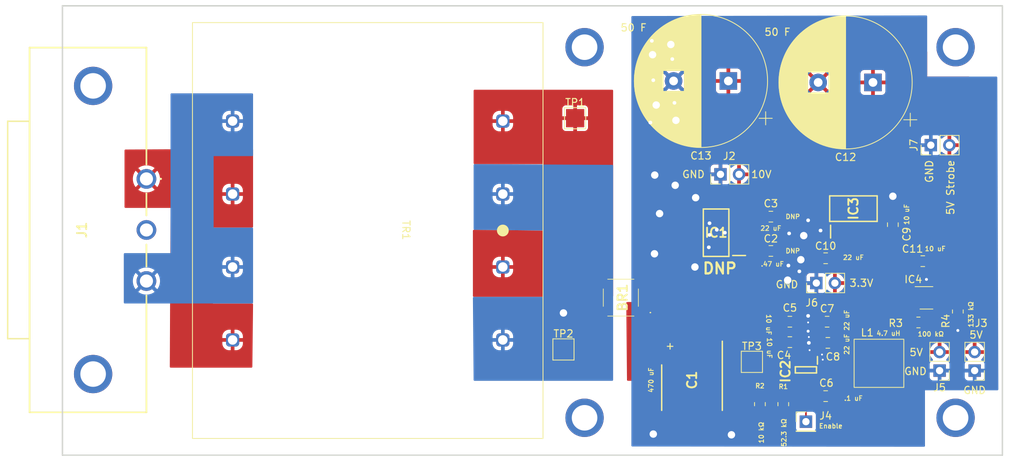
<source format=kicad_pcb>
(kicad_pcb (version 20211014) (generator pcbnew)
  (layers (0 "F.Cu" signal) (31 "B.Cu" signal) (34 "B.Paste" user) (35 "F.Paste" user) (36 "B.SilkS" user "B.Silkscreen") (37 "F.SilkS" user "F.Silkscreen") (38 "B.Mask" user) (39 "F.Mask" user) (44 "Edge.Cuts" user))
  (net 0 "")
  (net 1 "Net-(BR1-Pad2)")
  (net 2 "Net-(BR1-Pad3)")
  (net 3 "GND")
  (net 4 "Net-(C6-Pad1)")
  (net 5 "Net-(C6-Pad2)")
  (net 6 "/3.3V_DC")
  (net 7 "/5V_DC")
  (net 8 "Net-(C12-Pad2)")
  (net 9 "Net-(IC2-Pad4)")
  (net 10 "Net-(IC2-Pad5)")
  (net 11 "Net-(IC4-Pad3)")
  (net 13 "Net-(IC4-Pad5)")
  (net 14 "/120V_AC")
  (net 15 "/Case?")
  (net 18 "/5V_DC_H")
  (net 19 "Net-(J1-Pad3)")
  (net 21 "/14.5V_DCish")
  (net 22 "/10V_DC")
  (footprint "SamacSys_Parts:703W0053" (layer "F.Cu") (at 63.2 70.125 90)
    (fp_text reference "J1" (at -7 -8.825 90) (layer "F.SilkS") (effects (font (size 1.27 1.27) (thickness 0.254))))
    (fp_text value "703W-00_53" hide)
    (pad "1" thru_hole circle locked (at 0 0 90) (size 2.7 2.7) (drill 1.8) (layers *.Cu *.Mask) (net 14 "/120V_AC"))
    (pad "2" thru_hole circle locked (at -7 0 90) (size 2.7 2.7) (drill 1.8) (layers *.Cu *.Mask) (net 15 "/Case?"))
    (pad "3" thru_hole circle locked (at -14 0 90) (size 2.7 2.7) (drill 1.8) (layers *.Cu *.Mask) (net 19 "Net-(J1-Pad3)"))
    (pad "MH1" thru_hole circle locked (at 12.75 -7.3 90) (size 5.25 5.25) (drill 3.5) (layers *.Cu *.Mask))
    (pad "MH2" thru_hole circle locked (at -26.75 -7.3 90) (size 5.25 5.25) (drill 3.5) (layers *.Cu *.Mask))
  )
  (footprint "Connector_PinHeader_2.54mm:PinHeader_1x01_P2.54mm_Vertical" (layer "F.Cu") (at 153.5 103.4)
    (fp_text reference "J4" (at 2.7 -0.8) (layer "F.SilkS"))
    (fp_text value "Enable")
    (pad "1" thru_hole rect (at 0 0) (size 1.7 1.7) (drill 1) (layers *.Cu *.Mask) (net 10 "Net-(IC2-Pad5)"))
  )
  (footprint "Capacitor_SMD:C_0805_2012Metric_Pad1.18x1.45mm_HandSolder" (layer "F.Cu") (at 148.7 75.3 180)
    (fp_text reference "C3" (at 0 1.8) (layer "F.SilkS"))
    (fp_text value "22u")
    (pad "1" smd roundrect (at -1.0375 0 180) (size 1.175 1.45) (layers "F.Cu" "F.Paste" "F.Mask") (roundrect_rratio 0.2127659574) (net 3 "GND"))
    (pad "2" smd roundrect (at 1.0375 0 180) (size 1.175 1.45) (layers "F.Cu" "F.Paste" "F.Mask") (roundrect_rratio 0.2127659574) (net 22 "/10V_DC"))
  )
  (footprint "" (layer "F.Cu") (at 123.1 52.1)
    (fp_text reference "" (at 0 0) (layer "F.SilkS") (effects (font (size 1.27 1.27))))
    (fp_text value "" (at 0 0) (layer "F.SilkS") (effects (font (size 1.27 1.27))))
    (pad "MH3" thru_hole circle (at 0.09 -0.03 90) (size 5.25 5.25) (drill 3.5) (layers *.Cu *.Mask))
  )
  (footprint "Capacitor_SMD:C_0805_2012Metric_Pad1.18x1.45mm_HandSolder" (layer "F.Cu") (at 151.3 92.5 180)
    (fp_text reference "C4" (at 0.8 -1.8) (layer "F.SilkS"))
    (fp_text value "10u")
    (pad "1" smd roundrect (at -1.0375 0 180) (size 1.175 1.45) (layers "F.Cu" "F.Paste" "F.Mask") (roundrect_rratio 0.2127659574) (net 3 "GND"))
    (pad "2" smd roundrect (at 1.0375 0 180) (size 1.175 1.45) (layers "F.Cu" "F.Paste" "F.Mask") (roundrect_rratio 0.2127659574) (net 21 "/14.5V_DCish"))
  )
  (footprint "TestPoint:TestPoint_Pad_2.5x2.5mm" (layer "F.Cu") (at 146.1 95.2)
    (fp_text reference "TP3" (at 0 -2.148) (layer "F.SilkS"))
    (fp_text value "TestPoint")
    (pad "1" smd rect (at 0 0) (size 2.5 2.5) (layers "F.Cu" "F.Mask") (net 21 "/14.5V_DCish"))
  )
  (footprint "Capacitor_SMD:C_0805_2012Metric_Pad1.18x1.45mm_HandSolder" (layer "F.Cu") (at 156.2 81)
    (fp_text reference "C10" (at 0 -1.68) (layer "F.SilkS"))
    (fp_text value "22u")
    (pad "1" smd roundrect (at -1.0375 0) (size 1.175 1.45) (layers "F.Cu" "F.Paste" "F.Mask") (roundrect_rratio 0.2127659574) (net 3 "GND"))
    (pad "2" smd roundrect (at 1.0375 0) (size 1.175 1.45) (layers "F.Cu" "F.Paste" "F.Mask") (roundrect_rratio 0.2127659574) (net 6 "/3.3V_DC"))
  )
  (footprint "SamacSys_Parts:SOT230P700X180-4N" (layer "F.Cu") (at 160 74.2 90)
    (fp_text reference "IC3" (at 0 0 90) (layer "F.SilkS") (effects (font (size 1.27 1.27) (thickness 0.254))))
    (fp_text value "AZ1117IH-3.3TRG1" hide)
    (pad "1" smd rect locked (at -3.15 -2.3 180) (size 0.95 1.75) (layers "F.Cu" "F.Paste" "F.Mask") (net 3 "GND"))
    (pad "2" smd rect locked (at -3.15 0 180) (size 0.95 1.75) (layers "F.Cu" "F.Paste" "F.Mask") (net 6 "/3.3V_DC"))
    (pad "3" smd rect locked (at -3.15 2.3 180) (size 0.95 1.75) (layers "F.Cu" "F.Paste" "F.Mask") (net 7 "/5V_DC"))
    (pad "4" smd rect locked (at 3.15 0 90) (size 1.75 3.2) (layers "F.Cu" "F.Paste" "F.Mask"))
  )
  (footprint "Connector_PinHeader_2.54mm:PinHeader_1x02_P2.54mm_Vertical" (layer "F.Cu") (at 176.6 96.4 180)
    (fp_text reference "J3" (at -0.9 6.5) (layer "F.SilkS"))
    (fp_text value "Conn_01x02_Male")
    (pad "1" thru_hole rect (at 0 0 180) (size 1.7 1.7) (drill 1) (layers *.Cu *.Mask) (net 3 "GND"))
    (pad "2" thru_hole oval (at 0 2.54 180) (size 1.7 1.7) (drill 1) (layers *.Cu *.Mask) (net 7 "/5V_DC"))
  )
  (footprint "Capacitor_SMD:C_0805_2012Metric_Pad1.18x1.45mm_HandSolder" (layer "F.Cu") (at 156.4 89.7)
    (fp_text reference "C7" (at 0 -1.8) (layer "F.SilkS"))
    (fp_text value "22u")
    (pad "1" smd roundrect (at -1.0375 0) (size 1.175 1.45) (layers "F.Cu" "F.Paste" "F.Mask") (roundrect_rratio 0.2127659574) (net 3 "GND"))
    (pad "2" smd roundrect (at 1.0375 0) (size 1.175 1.45) (layers "F.Cu" "F.Paste" "F.Mask") (roundrect_rratio 0.2127659574) (net 7 "/5V_DC"))
  )
  (footprint "Capacitor_SMD:C_0805_2012Metric_Pad1.18x1.45mm_HandSolder" (layer "F.Cu") (at 151.3 89.7 180)
    (fp_text reference "C5" (at 0 1.9) (layer "F.SilkS"))
    (fp_text value "10u")
    (pad "1" smd roundrect (at -1.0375 0 180) (size 1.175 1.45) (layers "F.Cu" "F.Paste" "F.Mask") (roundrect_rratio 0.2127659574) (net 3 "GND"))
    (pad "2" smd roundrect (at 1.0375 0 180) (size 1.175 1.45) (layers "F.Cu" "F.Paste" "F.Mask") (roundrect_rratio 0.2127659574) (net 21 "/14.5V_DCish"))
  )
  (footprint "SamacSys_Parts:SOT230P700X180-4N" (layer "F.Cu") (at 141.2 77.5 180)
    (fp_text reference "IC1" (at 0 0) (layer "F.SilkS") (effects (font (size 1.27 1.27) (thickness 0.254))))
    (fp_text value "LM2940IMPX-10_NOPB" hide)
    (pad "1" smd rect locked (at -3.15 -2.3 270) (size 0.95 1.75) (layers "F.Cu" "F.Paste" "F.Mask") (net 21 "/14.5V_DCish"))
    (pad "2" smd rect locked (at -3.15 0 270) (size 0.95 1.75) (layers "F.Cu" "F.Paste" "F.Mask") (net 3 "GND"))
    (pad "3" smd rect locked (at -3.15 2.3 270) (size 0.95 1.75) (layers "F.Cu" "F.Paste" "F.Mask") (net 22 "/10V_DC"))
    (pad "4" smd rect locked (at 3.15 0 180) (size 1.75 3.2) (layers "F.Cu" "F.Paste" "F.Mask") (net 3 "GND"))
  )
  (footprint "Connector_PinHeader_2.54mm:PinHeader_1x02_P2.54mm_Vertical" (layer "F.Cu") (at 154.925 84.4 90)
    (fp_text reference "J6" (at -2.7 -0.625 180) (layer "F.SilkS"))
    (fp_text value "Conn_01x02_Male")
    (pad "1" thru_hole rect (at 0 0 90) (size 1.7 1.7) (drill 1) (layers *.Cu *.Mask) (net 3 "GND"))
    (pad "2" thru_hole oval (at 0 2.54 90) (size 1.7 1.7) (drill 1) (layers *.Cu *.Mask) (net 6 "/3.3V_DC"))
  )
  (footprint "Power Supply Board:PA5432.153NLT" (layer "F.Cu") (at 163.5 95.4 180)
    (fp_text reference "L1" (at 1.6 4.2 unlocked) (layer "F.SilkS"))
    (fp_text value "4.7u")
    (pad "1" smd rect (at 0 -2.025 180) (size 5.6 1.55) (layers "F.Cu" "F.Paste" "F.Mask") (net 5 "Net-(C6-Pad2)"))
    (pad "2" smd rect (at 0 2.025 180) (size 5.6 1.55) (layers "F.Cu" "F.Paste" "F.Mask") (net 7 "/5V_DC"))
  )
  (footprint "" (layer "F.Cu") (at 123.5 102.4)
    (fp_text reference "" (at 0 0) (layer "F.SilkS") (effects (font (size 1.27 1.27))))
    (fp_text value "" (at 0 0) (layer "F.SilkS") (effects (font (size 1.27 1.27))))
    (pad "MH4" thru_hole circle (at -0.31 0.47 90) (size 5.25 5.25) (drill 3.5) (layers *.Cu *.Mask))
  )
  (footprint "" (layer "F.Cu") (at 173.1 102.9)
    (fp_text reference "" (at 0 0) (layer "F.SilkS") (effects (font (size 1.27 1.27))))
    (fp_text value "" (at 0 0) (layer "F.SilkS") (effects (font (size 1.27 1.27))))
    (pad "MH6" thru_hole circle (at 0.89 -0.03 90) (size 5.25 5.25) (drill 3.5) (layers *.Cu *.Mask))
  )
  (footprint "Resistor_SMD:R_0805_2012Metric_Pad1.20x1.40mm_HandSolder" (layer "F.Cu") (at 174.3 88.3 90)
    (fp_text reference "R4" (at -1.3 -1.65 90) (layer "F.SilkS"))
    (fp_text value "133k")
    (pad "1" smd roundrect (at -1 0 90) (size 1.2 1.4) (layers "F.Cu" "F.Paste" "F.Mask") (roundrect_rratio 0.2083333333) (net 3 "GND"))
    (pad "2" smd roundrect (at 1 0 90) (size 1.2 1.4) (layers "F.Cu" "F.Paste" "F.Mask") (roundrect_rratio 0.2083333333) (net 13 "Net-(IC4-Pad5)"))
  )
  (footprint "TestPoint:TestPoint_Pad_2.5x2.5mm" (layer "F.Cu") (at 121.9 61.8)
    (fp_text reference "TP1" (at 0 -2.148) (layer "F.SilkS"))
    (fp_text value "TestPoint")
    (pad "1" smd rect (at 0 0) (size 2.5 2.5) (layers "F.Cu" "F.Mask") (net 2 "Net-(BR1-Pad3)"))
  )
  (footprint "Capacitor_SMD:C_0805_2012Metric_Pad1.18x1.45mm_HandSolder" (layer "F.Cu") (at 165.4 76.4 90)
    (fp_text reference "C9" (at -1.3 1.9 90) (layer "F.SilkS"))
    (fp_text value "10u")
    (pad "1" smd roundrect (at -1.0375 0 90) (size 1.175 1.45) (layers "F.Cu" "F.Paste" "F.Mask") (roundrect_rratio 0.2127659574) (net 7 "/5V_DC"))
    (pad "2" smd roundrect (at 1.0375 0 90) (size 1.175 1.45) (layers "F.Cu" "F.Paste" "F.Mask") (roundrect_rratio 0.2127659574) (net 3 "GND"))
  )
  (footprint "" (layer "F.Cu") (at 173.2 52.5)
    (fp_text reference "" (at 0 0) (layer "F.SilkS") (effects (font (size 1.27 1.27))))
    (fp_text value "" (at 0 0) (layer "F.SilkS") (effects (font (size 1.27 1.27))))
    (pad "MH5" thru_hole circle (at 0.79 -0.43 90) (size 5.25 5.25) (drill 3.5) (layers *.Cu *.Mask))
  )
  (footprint "Power Supply Board:TSOT-23-6_HandSoldering" (layer "F.Cu") (at 170 86.4)
    (fp_text reference "IC4" (at -1.8 -2.5) (layer "F.SilkS"))
    (fp_text value "MP62551")
    (pad "1" smd rect (at -1.71 -0.95) (size 2 0.65) (layers "F.Cu" "F.Paste" "F.Mask") (net 7 "/5V_DC"))
    (pad "2" smd rect (at -1.71 0) (size 2 0.65) (layers "F.Cu" "F.Paste" "F.Mask") (net 3 "GND"))
    (pad "3" smd rect (at -1.71 0.95) (size 2 0.65) (layers "F.Cu" "F.Paste" "F.Mask") (net 11 "Net-(IC4-Pad3)"))
    (pad "4" smd rect (at 1.71 0.95) (size 2 0.65) (layers "F.Cu" "F.Paste" "F.Mask"))
    (pad "5" smd rect (at 1.71 0) (size 2 0.65) (layers "F.Cu" "F.Paste" "F.Mask") (net 13 "Net-(IC4-Pad5)"))
    (pad "6" smd rect (at 1.71 -0.95) (size 2 0.65) (layers "F.Cu" "F.Paste" "F.Mask") (net 18 "/5V_DC_H"))
  )
  (footprint "Connector_PinHeader_2.54mm:PinHeader_1x02_P2.54mm_Vertical" (layer "F.Cu") (at 171.8 96.4 180)
    (fp_text reference "J5" (at 0 -2.33) (layer "F.SilkS"))
    (fp_text value "Conn_01x02_Male")
    (pad "1" thru_hole rect (at 0 0 180) (size 1.7 1.7) (drill 1) (layers *.Cu *.Mask) (net 3 "GND"))
    (pad "2" thru_hole oval (at 0 2.54 180) (size 1.7 1.7) (drill 1) (layers *.Cu *.Mask) (net 7 "/5V_DC"))
  )
  (footprint "Connector_PinHeader_2.54mm:PinHeader_1x02_P2.54mm_Vertical" (layer "F.Cu") (at 170.6 65.5 90)
    (fp_text reference "J7" (at 0 -2.33 90) (layer "F.SilkS"))
    (fp_text value "Conn_01x02_Male")
    (pad "1" thru_hole rect (at 0 0 90) (size 1.7 1.7) (drill 1) (layers *.Cu *.Mask) (net 3 "GND"))
    (pad "2" thru_hole oval (at 0 2.54 90) (size 1.7 1.7) (drill 1) (layers *.Cu *.Mask) (net 18 "/5V_DC_H"))
  )
  (footprint "Resistor_SMD:R_0805_2012Metric_Pad1.20x1.40mm_HandSolder" (layer "F.Cu") (at 150.4 101 90)
    (fp_text reference "R1" (at 2.4 0) (layer "F.SilkS") (effects (font (size 0.635 0.635) (thickness 0.127))))
    (fp_text value "52.3k")
    (pad "1" smd roundrect (at -1 0 90) (size 1.2 1.4) (layers "F.Cu" "F.Paste" "F.Mask") (roundrect_rratio 0.2083333333) (net 7 "/5V_DC"))
    (pad "2" smd roundrect (at 1 0 90) (size 1.2 1.4) (layers "F.Cu" "F.Paste" "F.Mask") (roundrect_rratio 0.2083333333) (net 9 "Net-(IC2-Pad4)"))
  )
  (footprint "SamacSys_Parts:SOT95P280X100-6N" (layer "F.Cu") (at 153.5 96.3 -90)
    (fp_text reference "IC2" (at 0.2 2.8 90) (layer "F.SilkS") (effects (font (size 1.27 1.27) (thickness 0.254))))
    (fp_text value "AP62250WU-7" hide)
    (pad "1" smd rect locked (at -1.3 -0.95) (size 0.55 1.05) (layers "F.Cu" "F.Paste" "F.Mask") (net 3 "GND"))
    (pad "2" smd rect locked (at -1.3 0) (size 0.55 1.05) (layers "F.Cu" "F.Paste" "F.Mask") (net 5 "Net-(C6-Pad2)"))
    (pad "3" smd rect locked (at -1.3 0.95) (size 0.55 1.05) (layers "F.Cu" "F.Paste" "F.Mask") (net 21 "/14.5V_DCish"))
    (pad "4" smd rect locked (at 1.3 0.95) (size 0.55 1.05) (layers "F.Cu" "F.Paste" "F.Mask") (net 9 "Net-(IC2-Pad4)"))
    (pad "5" smd rect locked (at 1.3 0) (size 0.55 1.05) (layers "F.Cu" "F.Paste" "F.Mask") (net 10 "Net-(IC2-Pad5)"))
    (pad "6" smd rect locked (at 1.3 -0.95) (size 0.55 1.05) (layers "F.Cu" "F.Paste" "F.Mask") (net 4 "Net-(C6-Pad1)"))
  )
  (footprint "Capacitor_THT:CP_Radial_D18.0mm_P7.50mm" (layer "F.Cu") (at 142.87778 56.7 180)
    (fp_text reference "C13" (at 3.75 -10.25) (layer "F.SilkS"))
    (fp_text value "50")
    (pad "1" thru_hole rect (at 0 0 180) (size 2.4 2.4) (drill 1.2) (layers *.Cu *.Mask) (net 8 "Net-(C12-Pad2)"))
    (pad "2" thru_hole circle (at 7.5 0 180) (size 2.4 2.4) (drill 1.2) (layers *.Cu *.Mask) (net 3 "GND"))
  )
  (footprint "SamacSys_Parts:LMB12STP" (layer "F.Cu") (at 128.155 86.4 -90)
    (fp_text reference "BR1" (at 0 -0.245 90) (layer "F.SilkS") (effects (font (size 1.27 1.27) (thickness 0.254))))
    (fp_text value "LMB12S-TP" hide)
    (pad "1" smd rect locked (at 2.05 -2.86 270) (size 0.9 1.5) (layers "F.Cu" "F.Paste" "F.Mask") (net 21 "/14.5V_DCish"))
    (pad "2" smd rect locked (at 2.05 2.86 270) (size 0.9 1.5) (layers "F.Cu" "F.Paste" "F.Mask") (net 1 "Net-(BR1-Pad2)"))
    (pad "3" smd rect locked (at -2.05 2.86 270) (size 0.9 1.5) (layers "F.Cu" "F.Paste" "F.Mask") (net 2 "Net-(BR1-Pad3)"))
    (pad "4" smd rect locked (at -2.05 -2.86 270) (size 0.9 1.5) (layers "F.Cu" "F.Paste" "F.Mask") (net 3 "GND"))
  )
  (footprint "Capacitor_SMD:C_0805_2012Metric_Pad1.18x1.45mm_HandSolder" (layer "F.Cu") (at 156.5 92.6 180)
    (fp_text reference "C8" (at -0.7 -1.9) (layer "F.SilkS"))
    (fp_text value "22u")
    (pad "1" smd roundrect (at -1.0375 0 180) (size 1.175 1.45) (layers "F.Cu" "F.Paste" "F.Mask") (roundrect_rratio 0.2127659574) (net 7 "/5V_DC"))
    (pad "2" smd roundrect (at 1.0375 0 180) (size 1.175 1.45) (layers "F.Cu" "F.Paste" "F.Mask") (roundrect_rratio 0.2127659574) (net 3 "GND"))
  )
  (footprint "SamacSys_Parts:CAPAE830X1050N" (layer "F.Cu") (at 137.9 97.7 -90)
    (fp_text reference "C1" (at 0 0 90) (layer "F.SilkS") (effects (font (size 1.27 1.27) (thickness 0.254))))
    (fp_text value "470u" hide)
    (pad "1" smd rect locked (at -3.4 0) (size 2.1 3.85) (layers "F.Cu" "F.Paste" "F.Mask") (net 21 "/14.5V_DCish"))
    (pad "2" smd rect locked (at 3.4 0) (size 2.1 3.85) (layers "F.Cu" "F.Paste" "F.Mask") (net 3 "GND"))
  )
  (footprint "Capacitor_SMD:C_0805_2012Metric_Pad1.18x1.45mm_HandSolder" (layer "F.Cu") (at 148.7 80)
    (fp_text reference "C2" (at 0 -1.68) (layer "F.SilkS"))
    (fp_text value ".47u")
    (pad "1" smd roundrect (at -1.0375 0) (size 1.175 1.45) (layers "F.Cu" "F.Paste" "F.Mask") (roundrect_rratio 0.2127659574) (net 21 "/14.5V_DCish"))
    (pad "2" smd roundrect (at 1.0375 0) (size 1.175 1.45) (layers "F.Cu" "F.Paste" "F.Mask") (roundrect_rratio 0.2127659574) (net 3 "GND"))
  )
  (footprint "Connector_PinHeader_2.54mm:PinHeader_1x02_P2.54mm_Vertical" (layer "F.Cu") (at 141.8 69.5 90)
    (fp_text reference "J2" (at 2.5 1.2 180) (layer "F.SilkS"))
    (fp_text value "Conn_01x02_Male")
    (pad "1" thru_hole rect (at 0 0 90) (size 1.7 1.7) (drill 1) (layers *.Cu *.Mask) (net 3 "GND"))
    (pad "2" thru_hole oval (at 0 2.54 90) (size 1.7 1.7) (drill 1) (layers *.Cu *.Mask) (net 22 "/10V_DC"))
  )
  (footprint "Capacitor_THT:CP_Radial_D18.0mm_P7.50mm" (layer "F.Cu") (at 162.67778 56.9 180)
    (fp_text reference "C12" (at 3.75 -10.25) (layer "F.SilkS"))
    (fp_text value "50")
    (pad "1" thru_hole rect (at 0 0 180) (size 2.4 2.4) (drill 1.2) (layers *.Cu *.Mask) (net 18 "/5V_DC_H"))
    (pad "2" thru_hole circle (at 7.5 0 180) (size 2.4 2.4) (drill 1.2) (layers *.Cu *.Mask) (net 8 "Net-(C12-Pad2)"))
  )
  (footprint "Power Supply Board:Transformer_20VAC" (layer "F.Cu") (at 93.5 77.2 -90)
    (fp_text reference "TR1" (at -0.05 -5.25 -90 unlocked) (layer "F.SilkS"))
    (fp_text value "Transformer")
    (pad "1" thru_hole roundrect (at -15 18.5 270) (size 1.8 1.8) (drill 1.3) (layers *.Cu *.Mask) (net 19 "Net-(J1-Pad3)"))
    (pad "3" thru_hole roundrect (at -5 18.5 270) (size 1.8 1.8) (drill 1.3) (layers *.Cu *.Mask) (net 14 "/120V_AC"))
    (pad "4" thru_hole roundrect (at 5 18.5 270) (size 1.8 1.8) (drill 1.3) (layers *.Cu *.Mask) (net 19 "Net-(J1-Pad3)"))
    (pad "6" thru_hole roundrect (at 15 18.5 270) (size 1.8 1.8) (drill 1.3) (layers *.Cu *.Mask) (net 14 "/120V_AC"))
    (pad "7" thru_hole roundrect (at -15 -18.5 270) (size 1.8 1.8) (drill 1.3) (layers *.Cu *.Mask) (net 2 "Net-(BR1-Pad3)"))
    (pad "9" thru_hole roundrect (at -5 -18.5 270) (size 1.8 1.8) (drill 1.3) (layers *.Cu *.Mask) (net 1 "Net-(BR1-Pad2)"))
    (pad "10" thru_hole roundrect (at 5 -18.5 270) (size 1.8 1.8) (drill 1.3) (layers *.Cu *.Mask) (net 2 "Net-(BR1-Pad3)"))
    (pad "12" thru_hole roundrect (at 15 -18.5 270) (size 1.8 1.8) (drill 1.3) (layers *.Cu *.Mask) (net 1 "Net-(BR1-Pad2)"))
  )
  (footprint "Resistor_SMD:R_0805_2012Metric_Pad1.20x1.40mm_HandSolder" (layer "F.Cu") (at 147.2 101 -90)
    (fp_text reference "R2" (at -2.5 0 180) (layer "F.SilkS") (effects (font (size 0.635 0.635) (thickness 0.127))))
    (fp_text value "10k")
    (pad "1" smd roundrect (at -1 0 270) (size 1.2 1.4) (layers "F.Cu" "F.Paste" "F.Mask") (roundrect_rratio 0.2083333333) (net 9 "Net-(IC2-Pad4)"))
    (pad "2" smd roundrect (at 1 0 270) (size 1.2 1.4) (layers "F.Cu" "F.Paste" "F.Mask") (roundrect_rratio 0.2083333333) (net 3 "GND"))
  )
  (footprint "TestPoint:TestPoint_Pad_2.5x2.5mm" (layer "F.Cu") (at 120.3 93.5)
    (fp_text reference "TP2" (at 0 -2.148) (layer "F.SilkS"))
    (fp_text value "TestPoint")
    (pad "1" smd rect (at 0 0) (size 2.5 2.5) (layers "F.Cu" "F.Mask") (net 1 "Net-(BR1-Pad2)"))
  )
  (footprint "Resistor_SMD:R_0805_2012Metric_Pad1.20x1.40mm_HandSolder" (layer "F.Cu") (at 168.9 89.8 180)
    (fp_text reference "R3" (at 3.1 -0.1) (layer "F.SilkS"))
    (fp_text value "100k")
    (pad "1" smd roundrect (at -1 0 180) (size 1.2 1.4) (layers "F.Cu" "F.Paste" "F.Mask") (roundrect_rratio 0.2083333333) (net 11 "Net-(IC4-Pad3)"))
    (pad "2" smd roundrect (at 1 0 180) (size 1.2 1.4) (layers "F.Cu" "F.Paste" "F.Mask") (roundrect_rratio 0.2083333333) (net 7 "/5V_DC"))
  )
  (footprint "Capacitor_SMD:C_0805_2012Metric_Pad1.18x1.45mm_HandSolder" (layer "F.Cu") (at 169.5 81.4)
    (fp_text reference "C11" (at -1.4 -1.68) (layer "F.SilkS"))
    (fp_text value "10u")
    (pad "1" smd roundrect (at -1.0375 0) (size 1.175 1.45) (layers "F.Cu" "F.Paste" "F.Mask") (roundrect_rratio 0.2127659574) (net 7 "/5V_DC"))
    (pad "2" smd roundrect (at 1.0375 0) (size 1.175 1.45) (layers "F.Cu" "F.Paste" "F.Mask") (roundrect_rratio 0.2127659574) (net 3 "GND"))
  )
  (footprint "Capacitor_SMD:C_0805_2012Metric_Pad1.18x1.45mm_HandSolder" (layer "F.Cu") (at 156.2 99.9)
    (fp_text reference "C6" (at 0.1 -1.8) (layer "F.SilkS"))
    (fp_text value ".1u")
    (pad "1" smd roundrect (at -1.0375 0) (size 1.175 1.45) (layers "F.Cu" "F.Paste" "F.Mask") (roundrect_rratio 0.2127659574) (net 4 "Net-(C6-Pad1)"))
    (pad "2" smd roundrect (at 1.0375 0) (size 1.175 1.45) (layers "F.Cu" "F.Paste" "F.Mask") (roundrect_rratio 0.2127659574) (net 5 "Net-(C6-Pad2)"))
  )
  (gr_rect (start 51.7 46.4) (end 180.4 108) (layer "Edge.Cuts") (width 0.2) (fill none))
  (gr_text "22 uF" (at 148.7 76.9) (layer "F.SilkS") (effects (font (size 0.635 0.635) (thickness 0.127))))
  (gr_text "GND" (at 150.9 84.6) (layer "F.SilkS") (effects (font (size 1 1))))
  (gr_text "GND" (at 138.1 69.5) (layer "F.SilkS") (effects (font (size 1 1))))
  (gr_text "DNP" (at 151.7 75.3) (layer "F.SilkS") (effects (font (size 0.635 0.635) (thickness 0.127))))
  (gr_text "22 uF" (at 159.1 92.8 90) (layer "F.SilkS") (effects (font (size 0.635 0.635) (thickness 0.127))))
  (gr_text "5V" (at 176.8 91.5) (layer "F.SilkS") (effects (font (size 1 1))))
  (gr_text "50 F" (at 129.9 49.4) (layer "F.SilkS") (effects (font (size 1 1))))
  (gr_text "10 uF" (at 171.2 79.7) (layer "F.SilkS") (effects (font (size 0.635 0.635) (thickness 0.127))))
  (gr_text "100 kΩ" (at 170.6 91.4) (layer "F.SilkS") (effects (font (size 0.635 0.635) (thickness 0.127))))
  (gr_text "470 uF" (at 132.3 97.7 90) (layer "F.SilkS") (effects (font (size 0.635 0.635) (thickness 0.127))))
  (gr_text "133 kΩ" (at 176.1 88.7 90) (layer "F.SilkS") (effects (font (size 0.635 0.635) (thickness 0.127))))
  (gr_text "10 kΩ" (at 147.4 104.9 90) (layer "F.SilkS") (effects (font (size 0.635 0.635) (thickness 0.127))))
  (gr_text "4.7 uH" (at 164.8 91.3) (layer "F.SilkS") (effects (font (size 0.635 0.635) (thickness 0.127))))
  (gr_text ".1 uF" (at 160 100.2) (layer "F.SilkS") (effects (font (size 0.635 0.635) (thickness 0.127))))
  (gr_text "22 uF" (at 160 80.9) (layer "F.SilkS") (effects (font (size 0.635 0.635) (thickness 0.127))))
  (gr_text "50 F" (at 149.6 50) (layer "F.SilkS") (effects (font (size 1 1))))
  (gr_text "GND" (at 168.5 96.5) (layer "F.SilkS") (effects (font (size 1 1))))
  (gr_text "22 uF" (at 159.1 89.5 90) (layer "F.SilkS") (effects (font (size 0.635 0.635) (thickness 0.127))))
  (gr_text "3.3V" (at 161.1 84.4) (layer "F.SilkS") (effects (font (size 1 1))))
  (gr_text "+" (at 134.9 93) (layer "F.SilkS") (effects (font (size 1 1))))
  (gr_text "Enable" (at 156.9 104) (layer "F.SilkS") (effects (font (size 0.635 0.635) (thickness 0.127))))
  (gr_text "10 uF" (at 148.5 93.3 270) (layer "F.SilkS") (effects (font (size 0.635 0.635) (thickness 0.127))))
  (gr_text "5V" (at 168.6 93.9) (layer "F.SilkS") (effects (font (size 1 1))))
  (gr_text "52.3 kΩ" (at 150.5 104.9 90) (layer "F.SilkS") (effects (font (size 0.635 0.635) (thickness 0.127))))
  (gr_text "DNP" (at 141.7 82.4) (layer "F.SilkS") (effects (font (size 1.5 1.5) (thickness 0.3))))
  (gr_text "GND" (at 170.4 69.1 90) (layer "F.SilkS") (effects (font (size 1.016 1.016) (thickness 0.1524))))
  (gr_text "10 uF" (at 148.4 90.1 270) (layer "F.SilkS") (effects (font (size 0.635 0.635) (thickness 0.127))))
  (gr_text "DNP" (at 151.7 80) (layer "F.SilkS") (effects (font (size 0.635 0.635) (thickness 0.127))))
  (gr_text "10V" (at 147.4 69.5) (layer "F.SilkS") (effects (font (size 1 1))))
  (gr_text "10 uF" (at 167.3 75 90) (layer "F.SilkS") (effects (font (size 0.635 0.635) (thickness 0.127))))
  (gr_text ".47 uF" (at 148.9 81.8) (layer "F.SilkS") (effects (font (size 0.635 0.635) (thickness 0.127))))
  (gr_text "GND" (at 176.6 99.1) (layer "F.SilkS") (effects (font (size 1 1))))
  (gr_text "5V Strobe" (at 173.3 71.3 90) (layer "F.SilkS") (effects (font (size 1.016 1.016) (thickness 0.1524))))
  (segment (start 120.35 88.45) (end 125.295 88.45) (width 1.016) (layer "F.Cu") (net 1))
  (segment (start 120.3 88.5) (end 120.3 93.5) (width 1.016) (layer "F.Cu") (net 1))
  (segment (start 120.3 88.5) (end 120.35 88.45) (width 1.016) (layer "F.Cu") (net 1))
  (via (at 120.3 88.5) (size 1.778) (drill 1.016) (layers "F.Cu" "B.Cu") (net 1))
  (segment (start 168.29 86.4) (end 169.544 86.4) (width 0.381) (layer "F.Cu") (net 3))
  (segment (start 169.544 86.4) (end 170 85.944) (width 0.381) (layer "F.Cu") (net 3))
  (segment (start 170 83.9) (end 170 81.9375) (width 0.381) (layer "F.Cu") (net 3))
  (segment (start 170 81.9375) (end 170.5375 81.4) (width 0.381) (layer "F.Cu") (net 3))
  (segment (start 170 85.944) (end 170 83.9) (width 0.381) (layer "F.Cu") (net 3))
  (segment (start 144 105.2) (end 147.2 102) (width 1.016) (layer "F.Cu") (net 3))
  (segment (start 143.3 105.2) (end 139.2 101.1) (width 1.016) (layer "F.Cu") (net 3))
  (segment (start 174.3 90.9) (end 174.3 89.3) (width 0.635) (layer "F.Cu") (net 3))
  (segment (start 136.6 101.1) (end 132.6 105.1) (width 1.016) (layer "F.Cu") (net 3))
  (segment (start 165.4 75.3625) (end 165.4 72.5) (width 0.635) (layer "F.Cu") (net 3))
  (segment (start 143.3 105.2) (end 144 105.2) (width 1.016) (layer "F.Cu") (net 3))
  (segment (start 139.2 101.1) (end 136.6 101.1) (width 1.016) (layer "F.Cu") (net 3))
  (via (at 132.5 53.1) (size 1.778) (drill 1.016) (layers "F.Cu" "B.Cu") (net 3))
  (via (at 135.6 71) (size 1.778) (drill 1.016) (layers "F.Cu" "B.Cu") (net 3))
  (via (at 153.8 91) (size 0.8) (drill 0.4) (layers "F.Cu" "B.Cu") (net 3))
  (via (at 132.6 105.1) (size 1.778) (drill 1.016) (layers "F.Cu" "B.Cu") (net 3))
  (via (at 135.5 59.7) (size 0.762) (drill 0.508) (layers "F.Cu" "B.Cu") (net 3))
  (via (at 133.462241 74.878109) (size 1.778) (drill 1.016) (layers "F.Cu" "B.Cu") (net 3))
  (via (at 142.4 77.5) (size 0.762) (drill 0.508) (layers "F.Cu" "B.Cu") (net 3))
  (via (at 174.3 90.9) (size 0.8) (drill 0.4) (layers "F.Cu" "B.Cu") (net 3))
  (via (at 140.2 79.5) (size 0.762) (drill 0.508) (layers "F.Cu" "B.Cu") (net 3))
  (via (at 132.762994 80.389821) (size 1.778) (drill 1.016) (layers "F.Cu" "B.Cu") (net 3))
  (via (at 143.3 105.2) (size 1.778) (drill 1.016) (layers "F.Cu" "B.Cu") (net 3))
  (via (at 170 83.9) (size 0.8) (drill 0.4) (layers "F.Cu" "B.Cu") (net 3))
  (via (at 132.6 56.6) (size 0.762) (drill 0.508) (layers "F.Cu" "B.Cu") (net 3))
  (via (at 135.2 53.7) (size 0.762) (drill 0.508) (layers "F.Cu" "B.Cu") (net 3))
  (via (at 151 84) (size 1.778) (drill 1.016) (layers "F.Cu" "B.Cu") (net 3))
  (via (at 132.2 62.4) (size 0.762) (drill 0.508) (layers "F.Cu" "B.Cu") (net 3))
  (via (at 155.5 77.2) (size 0.762) (drill 0.508) (layers "F.Cu" "B.Cu") (net 3))
  (via (at 154 93.6) (size 0.381) (drill 0.254) (layers "F.Cu" "B.Cu") (net 3))
  (via (at 141.3 77.1) (size 0.762) (drill 0.508) (layers "F.Cu" "B.Cu") (net 3))
  (via (at 165.4 72.5) (size 1.778) (drill 1.016) (layers "F.Cu" "B.Cu") (net 3))
  (via (at 153.9 92.6) (size 0.762) (drill 0.508) (layers "F.Cu" "B.Cu") (net 3))
  (via (at 133 60) (size 1.778) (drill 1.016) (layers "F.Cu" "B.Cu") (net 3))
  (via (at 153.8 88.9) (size 0.762) (drill 0.508) (layers "F.Cu" "B.Cu") (net 3))
  (via (at 153.9 91.8) (size 0.381) (drill 0.254) (layers "F.Cu" "B.Cu") (net 3))
  (via (at 153.2 77.9) (size 1.778) (drill 1.016) (layers "F.Cu" "B.Cu") (net 3))
  (via (at 132.4 51.2) (size 0.762) (drill 0.508) (layers "F.Cu" "B.Cu") (net 3))
  (via (at 153.8 75.8) (size 0.762) (drill 0.508) (layers "F.Cu" "B.Cu") (net 3))
  (via (at 132.8 69.6) (size 1.778) (drill 1.016) (layers "F.Cu" "B.Cu") (net 3))
  (via (at 138.4 72.7) (size 1.778) (drill 1.016) (layers "F.Cu" "B.Cu") (net 3))
  (via (at 153.8 89.8) (size 0.381) (drill 0.254) (layers "F.Cu" "B.Cu") (net 3))
  (via (at 152.6 82.8) (size 0.762) (drill 0.508) (layers "F.Cu" "B.Cu") (net 3))
  (via (at 135 51.7) (size 1.778) (drill 1.016) (layers "F.Cu" "B.Cu") (net 3))
  (via (at 138.3 82.2) (size 1.778) (drill 1.016) (layers "F.Cu" "B.Cu") (net 3))
  (via (at 151.1 82) (size 0.762) (drill 0.508) (layers "F.Cu" "B.Cu") (net 3))
  (via (at 140.3 77.8) (size 0.762) (drill 0.508) (layers "F.Cu" "B.Cu") (net 3))
  (via (at 155.7 94.2) (size 0.381) (drill 0.254) (layers "F.Cu" "B.Cu") (net 3))
  (via (at 151.2 77.6) (size 0.762) (drill 0.508) (layers "F.Cu" "B.Cu") (net 3))
  (via (at 152.8 81.2) (size 1.778) (drill 1.016) (layers "F.Cu" "B.Cu") (net 3))
  (via (at 155.8 94.9) (size 0.381) (drill 0.254) (layers "F.Cu" "B.Cu") (net 3))
  (via (at 140.3 76.2) (size 0.762) (drill 0.508) (layers "F.Cu" "B.Cu") (net 3))
  (via (at 135.7 62.1) (size 1.778) (drill 1.016) (layers "F.Cu" "B.Cu") (net 3))
  (segment (start 154.45 97.6) (end 154.45 99.1875) (width 0.635) (layer "F.Cu") (net 4))
  (segment (start 154.45 99.1875) (end 155.1625 99.9) (width 0.635) (layer "F.Cu") (net 4))
  (segment (start 168.2 101.9) (end 163.9 106.2) (width 0.635) (layer "F.Cu") (net 7))
  (segment (start 163.9 106.2) (end 151.6 106.2) (width 0.635) (layer "F.Cu") (net 7))
  (segment (start 150.4 105.3) (end 151.3 106.2) (width 0.635) (layer "F.Cu") (net 7))
  (segment (start 150.4 105.3) (end 150.4 102) (width 0.635) (layer "F.Cu") (net 7))
  (segment (start 168.2 90.1) (end 168.2 101.9) (width 0.635) (layer "F.Cu") (net 7))
  (segment (start 151.3 106.2) (end 151.6 106.2) (width 0.635) (layer "F.Cu") (net 7))
  (segment (start 167.9 89.8) (end 168.2 90.1) (width 0.635) (layer "F.Cu") (net 7))
  (segment (start 153.5 97.6) (end 153.5 103.4) (width 0.25) (layer "F.Cu") (net 10))
  (segment (start 169.9 89.8) (end 169.9 88.9) (width 0.381) (layer "F.Cu") (net 11))
  (segment (start 169.9 88.9) (end 168.35 87.35) (width 0.381) (layer "F.Cu") (net 11))
  (segment (start 168.35 87.35) (end 168.29 87.35) (width 0.254) (layer "F.Cu") (net 11))
  (segment (start 173.4 86.4) (end 174.3 87.3) (width 0.381) (layer "F.Cu") (net 13))
  (segment (start 171.71 86.4) (end 173.4 86.4) (width 0.381) (layer "F.Cu") (net 13))
  (zone (net 8) (net_name "Net-(C12-Pad2)") (layer "F.Cu") (connect_pads (clearance 0.508)) (min_thickness 0.254) (fill yes (thermal_gap 0.508) (thermal_bridge_width 0.508))
    (polygon (pts (xy 139.6 60.3) (xy 139.6 53.2) (xy 158.1 53.1) (xy 158.1 60.4)))
  )
  (zone (net 21) (net_name "/14.5V_DCish") (layer "F.Cu") (connect_pads (clearance 0.508)) (min_thickness 0.254) (fill yes (thermal_gap 0.508) (thermal_bridge_width 0.508))
    (polygon (pts (xy 148 88.4) (xy 150.6 88.4) (xy 150.6 94.6) (xy 152.9 94.6) (xy 152.9 95.3) (xy 150.6 95.3) (xy 150.6 97.8) (xy 129 97.8) (xy 128.9 87) (xy 142.4 87) (xy 142.4 79.5) (xy 148 79.5)))
  )
  (zone (net 3) (net_name "GND") (layer "F.Cu") (connect_pads (clearance 0.508)) (min_thickness 0.254) (fill yes (thermal_gap 0.508) (thermal_bridge_width 0.508))
    (polygon (pts (xy 155.8 88.5) (xy 155.8 93.7) (xy 156.3 93.7) (xy 156.3 95.2) (xy 154.2 95.2) (xy 154.2 93.9) (xy 152.04799 93.891705) (xy 151.94799 88.491705)))
  )
  (zone (net 2) (net_name "Net-(BR1-Pad3)") (layer "F.Cu") (connect_pads (clearance 0.508)) (min_thickness 0.254) (fill yes (thermal_gap 0.508) (thermal_bridge_width 0.508))
    (polygon (pts (xy 127.1 86.3) (xy 107.9 86.3) (xy 107.9 77.1) (xy 117.5 77.2) (xy 117.5 68.1) (xy 108 68.1) (xy 108 57.9) (xy 127.1 57.9)))
  )
  (zone (net 3) (net_name "GND") (layer "F.Cu") (connect_pads (clearance 0.508)) (min_thickness 0.254) (fill yes (thermal_gap 0.508) (thermal_bridge_width 0.508))
    (polygon (pts (xy 158.1 78.2) (xy 155.4 78.2) (xy 155.4 86.1) (xy 149.499968 86.096398) (xy 149.399968 74.996398) (xy 158.1 75)))
  )
  (zone (net 3) (net_name "GND") (layer "F.Cu") (connect_pads (clearance 0.508)) (min_thickness 0.254) (fill yes (thermal_gap 0.508) (thermal_bridge_width 0.508))
    (polygon (pts (xy 137.5 63.4) (xy 131 63.4) (xy 131 50.3) (xy 137.5 50.3)))
  )
  (zone (net 14) (net_name "/120V_AC") (layer "F.Cu") (connect_pads (clearance 0.508)) (min_thickness 0.254) (fill yes (thermal_gap 0.508) (thermal_bridge_width 0.508))
    (polygon (pts (xy 77.8 76.8) (xy 72.4 76.8) (xy 72.3 87.2) (xy 77.8 87.2) (xy 77.7 96) (xy 66.4 96) (xy 66.5 74.1) (xy 60.2 74.1) (xy 60.2 66.1) (xy 77.8 66)))
  )
  (zone (net 18) (net_name "/5V_DC_H") (layer "F.Cu") (connect_pads (clearance 0.508)) (min_thickness 0.254) (fill yes (thermal_gap 0.508) (thermal_bridge_width 0.508))
    (polygon (pts (xy 175.9 56.1) (xy 175.9 85.6) (xy 171.5 85.6) (xy 171.5 83.2) (xy 172 83.2) (xy 172 63) (xy 160.1 63.1) (xy 160.1 52.6) (xy 170.1 52.6) (xy 170.1 56.1)))
  )
  (zone (net 3) (net_name "GND") (layer "F.Cu") (connect_pads (clearance 0.508)) (min_thickness 0.254) (fill yes (thermal_gap 0.508) (thermal_bridge_width 0.508))
    (polygon (pts (xy 142.1 67) (xy 142.099997 71.4) (xy 141.09864 71.399988) (xy 141.099279 76.398591) (xy 145.499279 76.498591) (xy 145.499279 78.498591) (xy 141.099279 78.498591) (xy 141.100797 85.802511) (xy 129.694686 85.807063) (xy 129.684474 67.035112)))
  )
  (zone (net 5) (net_name "Net-(C6-Pad2)") (layer "F.Cu") (connect_pads (clearance 0.508)) (min_thickness 0.254) (fill yes (thermal_gap 0.508) (thermal_bridge_width 0.508))
    (polygon (pts (xy 167.2 100.9) (xy 156.9 100.9) (xy 156.9 96.8) (xy 153 96.8) (xy 153 94.2) (xy 153.9 94.2) (xy 153.9 95.8) (xy 167.2 95.8)))
  )
  (zone (net 6) (net_name "/3.3V_DC") (layer "F.Cu") (connect_pads (clearance 0.508)) (min_thickness 0.254) (fill yes (thermal_gap 0.508) (thermal_bridge_width 0.508))
    (polygon (pts (xy 160.7 86.1) (xy 157.2 86.1) (xy 157.2 79.4) (xy 159.2 79.4) (xy 159.2 77) (xy 160.7 77)))
  )
  (zone (net 7) (net_name "/5V_DC") (layer "F.Cu") (connect_pads (clearance 0.508)) (min_thickness 0.254) (fill yes (thermal_gap 0.508) (thermal_bridge_width 0.508))
    (polygon (pts (xy 168.800076 85.707219) (xy 166.7 85.7) (xy 166.7 88.6) (xy 168.7 88.6) (xy 168.632804 92) (xy 178.8 92) (xy 178.8 95) (xy 157.2 95) (xy 157.2 87) (xy 161.9 86.999897) (xy 161.898982 77.099897) (xy 168.699058 77.107219)))
  )
  (zone (net 9) (net_name "Net-(IC2-Pad4)") (layer "F.Cu") (connect_pads (clearance 0.508)) (min_thickness 0.254) (fill yes (thermal_gap 0.508) (thermal_bridge_width 0.508))
    (polygon (pts (xy 152.9 100.3) (xy 145.6 100.3) (xy 145.6 98.6) (xy 152.1 98.6) (xy 152.1 97.1) (xy 152.9 97.1)))
  )
  (zone (net 22) (net_name "/10V_DC") (layer "F.Cu") (connect_pads (clearance 0.508)) (min_thickness 0.254) (fill yes (thermal_gap 0.508) (thermal_bridge_width 0.508))
    (polygon (pts (xy 148 75.6) (xy 144 75.6) (xy 144 67.5) (xy 148 67.5)))
  )
  (zone (net 3) (net_name "GND") (layer "B.Cu") (connect_pads (clearance 0.508)) (min_thickness 0.254) (fill yes (thermal_gap 0.508) (thermal_bridge_width 0.508))
    (polygon (pts (xy 129.6 47.8) (xy 170.100038 47.719162) (xy 170.1 56.1) (xy 179.7 56.1) (xy 179.845853 99.099845) (xy 169.8 99.1) (xy 169.8 106.839669) (xy 129.6 106.8)))
  )
  (zone (net 19) (net_name "Net-(J1-Pad3)") (layer "B.Cu") (connect_pads (clearance 0.508)) (min_thickness 0.254) (fill yes (thermal_gap 0.508) (thermal_bridge_width 0.508))
    (polygon (pts (xy 77.8 67) (xy 72.4 67) (xy 72.4 76.8) (xy 77.8 76.8) (xy 77.8 87.2) (xy 60.1 87.2) (xy 60.1 80.3) (xy 66.5 80.3) (xy 66.5 58.4) (xy 77.8 58.4)))
  )
  (zone (net 1) (net_name "Net-(BR1-Pad2)") (layer "B.Cu") (connect_pads (clearance 0.508)) (min_thickness 0.254) (fill yes (thermal_gap 0.508) (thermal_bridge_width 0.508))
    (polygon (pts (xy 127.1 68.2) (xy 127.1 97.8) (xy 108 97.8) (xy 107.9 86.3) (xy 117.5 86.3) (xy 117.5 77.2) (xy 108 77.1) (xy 108 68.1)))
  )
)
</source>
